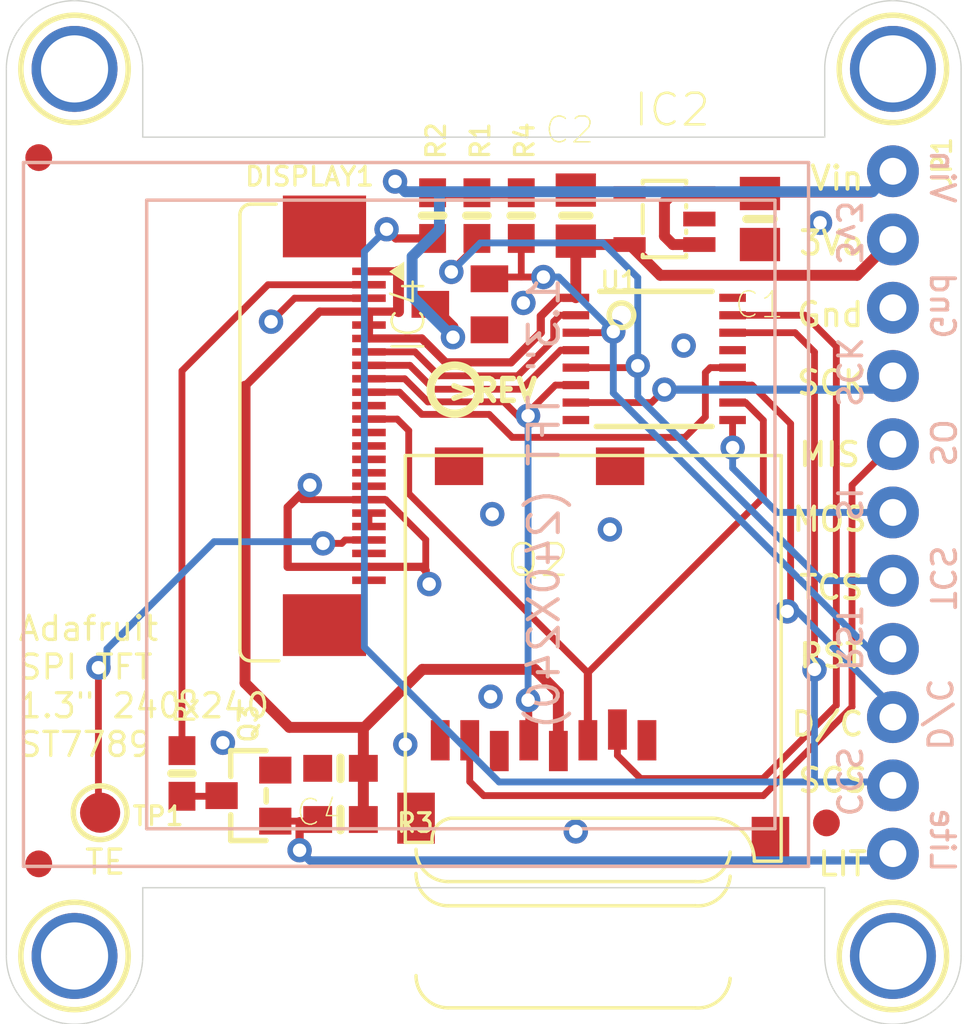
<source format=kicad_pcb>
(kicad_pcb (version 20211014) (generator pcbnew)
  (layers (0 "F.Cu" signal) (1 "In1.Cu" signal) (2 "In2.Cu" signal) (3 "In3.Cu" signal) (4 "In4.Cu" signal) (5 "In5.Cu" signal) (6 "In6.Cu" signal) (7 "In7.Cu" signal) (8 "In8.Cu" signal) (9 "In9.Cu" signal) (10 "In10.Cu" signal) (11 "In11.Cu" signal) (12 "In12.Cu" signal) (13 "In13.Cu" signal) (14 "In14.Cu" signal) (31 "B.Cu" signal) (34 "B.Paste" user) (35 "F.Paste" user) (36 "B.SilkS" user "B.Silkscreen") (37 "F.SilkS" user "F.Silkscreen") (38 "B.Mask" user) (39 "F.Mask" user) (44 "Edge.Cuts" user))
  (net 0 "")
  (net 1 "GND")
  (net 2 "SCK")
  (net 3 "SCK_3V")
  (net 4 "MOSI")
  (net 5 "MOSI_3V")
  (net 6 "MISO")
  (net 7 "+3V3")
  (net 8 "CARDCS")
  (net 9 "CARDCS_3V")
  (net 10 "LEDK")
  (net 11 "BACKLIGHT")
  (net 12 "TFTDC")
  (net 13 "TFTDC_3V")
  (net 14 "TFTCS_3V")
  (net 15 "TFTCS")
  (net 16 "RESET")
  (net 17 "VIN")
  (net 18 "RESET_3V")
  (net 19 "N$1")
  (net 20 "TE")
  (footprint "boardEagle:MOUNTINGHOLE_2.5_PLATED" (layer "F.Cu") (at 163.7411 88.4936)
    (fp_text reference "U$9" hide)
    (fp_text value "MOUNTINGHOLE2.5" hide)
    (fp_circle (center 0 0) (end 2 0) (layer "F.SilkS") (width 0.2032) (fill none))
    (pad "P$1" thru_hole circle (at 0 0) (size 3.2 3.2) (drill 2.5) (layers *.Cu *.Mask))
  )
  (footprint "boardEagle:0805-NO" (layer "F.Cu") (at 151.9301 93.9546 90)
    (fp_text reference "C2" (at 3.189 0.746) (layer "F.SilkS") (effects (font (size 0.96268 0.96268) (thickness 0.05332)) (justify right)))
    (fp_text value "10uF")
    (fp_line (start 0 -0.508) (end 0 0.508) (layer "F.SilkS") (width 0.3048))
    (pad "1" smd rect (at -0.95 0 90) (size 1.24 1.5) (layers "F.Cu" "F.Paste" "F.Mask") (net 7 "+3V3"))
    (pad "2" smd rect (at 0.95 0 90) (size 1.24 1.5) (layers "F.Cu" "F.Paste" "F.Mask") (net 1 "GND"))
  )
  (footprint "boardEagle:0603-NO" (layer "F.Cu") (at 149.8981 93.9546 90)
    (fp_text reference "R4" (at 2.032 0.127 90) (layer "F.SilkS") (effects (font (size 0.692831 0.692831) (thickness 0.119969)) (justify left)))
    (fp_text value "10K")
    (fp_line (start 0 -0.4) (end 0 0.4) (layer "F.SilkS") (width 0.3048))
    (pad "1" smd rect (at -0.85 0 90) (size 1.075 1) (layers "F.Cu" "F.Paste" "F.Mask") (net 16 "RESET"))
    (pad "2" smd rect (at 0.85 0 90) (size 1.075 1) (layers "F.Cu" "F.Paste" "F.Mask") (net 17 "VIN"))
  )
  (footprint "boardEagle:MOUNTINGHOLE_2.5_PLATED" (layer "F.Cu") (at 133.2611 88.4936)
    (fp_text reference "U$7" hide)
    (fp_text value "MOUNTINGHOLE2.5" hide)
    (fp_circle (center 0 0) (end 2 0) (layer "F.SilkS") (width 0.2032) (fill none))
    (pad "P$1" thru_hole circle (at 0 0) (size 3.2 3.2) (drill 2.5) (layers *.Cu *.Mask))
  )
  (footprint "boardEagle:TFT_1.3IN_240X240_24P" (layer "F.Cu") (at 130.8481 91.4781 -90)
    (fp_text reference "DISPLAY1" (at 1.023 -8.696) (layer "F.SilkS") (effects (font (size 0.692831 0.692831) (thickness 0.119969)) (justify left)))
    (fp_text value "DISP_LCD_ST7789_1.3IN" hide)
    (fp_text user "1.3\" TFT (240X240)" (at 13.19 -19.9 -90) (layer "B.SilkS") (effects (font (size 1.1176 1.1176) (thickness 0.1524)) (justify mirror)))
    (fp_line (start 0.5 -0.51) (end 26.7 -0.51) (layer "B.SilkS") (width 0.127))
    (fp_line (start 26.7 -29.75) (end 0.5 -29.75) (layer "B.SilkS") (width 0.127))
    (fp_line (start 25.3 -28.5) (end 1.9 -28.5) (layer "B.SilkS") (width 0.127))
    (fp_line (start 25.3 -5.1) (end 25.3 -28.5) (layer "B.SilkS") (width 0.127))
    (fp_line (start 0.5 -29.75) (end 0.5 -0.51) (layer "B.SilkS") (width 0.127))
    (fp_line (start 1.9 -5.1) (end 25.3 -5.1) (layer "B.SilkS") (width 0.127))
    (fp_line (start 1.9 -28.5) (end 1.9 -5.1) (layer "B.SilkS") (width 0.127))
    (fp_line (start 26.7 -0.51) (end 26.7 -29.75) (layer "B.SilkS") (width 0.127))
    (fp_line (start 2.05 -9.922) (end 2.05 -8.972) (layer "F.SilkS") (width 0.127))
    (fp_line (start 2.45 -8.572) (end 18.65 -8.572) (layer "F.SilkS") (width 0.127))
    (fp_line (start 19.05 -8.972) (end 19.05 -10.022) (layer "F.SilkS") (width 0.127))
    (fp_arc (start 19.05 -8.972) (mid 18.932843 -8.689157) (end 18.65 -8.572) (layer "F.SilkS") (width 0.127))
    (fp_arc (start 2.45 -8.572) (mid 2.167157 -8.689157) (end 2.05 -8.972) (layer "F.SilkS") (width 0.127))
    (fp_poly (pts (xy 4.56 -14.129524) (xy 4.187349 -14.6885) (xy 4.932651 -14.6885)) (layer "F.SilkS") (width 0) (fill solid))
    (pad "1" smd rect (at 4.55 -13.378 90) (size 0.28 1.25) (layers "F.Cu" "F.Paste" "F.Mask") (net 7 "+3V3"))
    (pad "2" smd rect (at 5.05 -13.378 90) (size 0.28 1.25) (layers "F.Cu" "F.Paste" "F.Mask") (net 10 "LEDK"))
    (pad "3" smd rect (at 5.55 -13.378 90) (size 0.28 1.25) (layers "F.Cu" "F.Paste" "F.Mask") (net 1 "GND"))
    (pad "4" smd rect (at 6.05 -13.378 90) (size 0.28 1.25) (layers "F.Cu" "F.Paste" "F.Mask") (net 7 "+3V3"))
    (pad "5" smd rect (at 6.55 -13.378 90) (size 0.28 1.25) (layers "F.Cu" "F.Paste" "F.Mask") (net 7 "+3V3"))
    (pad "6" smd rect (at 7.05 -13.378 90) (size 0.28 1.25) (layers "F.Cu" "F.Paste" "F.Mask") (net 7 "+3V3"))
    (pad "7" smd rect (at 7.55 -13.378 90) (size 0.28 1.25) (layers "F.Cu" "F.Paste" "F.Mask") (net 18 "RESET_3V"))
    (pad "8" smd rect (at 8.05 -13.378 90) (size 0.28 1.25) (layers "F.Cu" "F.Paste" "F.Mask") (net 14 "TFTCS_3V"))
    (pad "9" smd rect (at 8.55 -13.378 90) (size 0.28 1.25) (layers "F.Cu" "F.Paste" "F.Mask") (net 3 "SCK_3V"))
    (pad "10" smd rect (at 9.05 -13.378 90) (size 0.28 1.25) (layers "F.Cu" "F.Paste" "F.Mask") (net 13 "TFTDC_3V"))
    (pad "11" smd rect (at 9.55 -13.378 90) (size 0.28 1.25) (layers "F.Cu" "F.Paste" "F.Mask") (net 1 "GND"))
    (pad "12" smd rect (at 10.05 -13.378 90) (size 0.28 1.25) (layers "F.Cu" "F.Paste" "F.Mask") (net 5 "MOSI_3V"))
    (pad "13" smd rect (at 10.55 -13.378 90) (size 0.28 1.25) (layers "F.Cu" "F.Paste" "F.Mask") (net 1 "GND"))
    (pad "14" smd rect (at 11.05 -13.378 90) (size 0.28 1.25) (layers "F.Cu" "F.Paste" "F.Mask") (net 1 "GND"))
    (pad "15" smd rect (at 11.55 -13.378 90) (size 0.28 1.25) (layers "F.Cu" "F.Paste" "F.Mask") (net 1 "GND"))
    (pad "16" smd rect (at 12.05 -13.378 90) (size 0.28 1.25) (layers "F.Cu" "F.Paste" "F.Mask") (net 1 "GND"))
    (pad "17" smd rect (at 12.55 -13.378 90) (size 0.28 1.25) (layers "F.Cu" "F.Paste" "F.Mask") (net 1 "GND"))
    (pad "18" smd rect (at 13.05 -13.378 90) (size 0.28 1.25) (layers "F.Cu" "F.Paste" "F.Mask") (net 1 "GND"))
    (pad "19" smd rect (at 13.55 -13.378 90) (size 0.28 1.25) (layers "F.Cu" "F.Paste" "F.Mask") (net 1 "GND"))
    (pad "20" smd rect (at 14.05 -13.378 90) (size 0.28 1.25) (layers "F.Cu" "F.Paste" "F.Mask") (net 1 "GND"))
    (pad "21" smd rect (at 14.55 -13.378 90) (size 0.28 1.25) (layers "F.Cu" "F.Paste" "F.Mask") (net 20 "TE"))
    (pad "22" smd rect (at 15.05 -13.378 90) (size 0.28 1.25) (layers "F.Cu" "F.Paste" "F.Mask"))
    (pad "23" smd rect (at 15.55 -13.378 90) (size 0.28 1.25) (layers "F.Cu" "F.Paste" "F.Mask") (net 1 "GND"))
    (pad "24" smd rect (at 16.05 -13.378 90) (size 0.28 1.25) (layers "F.Cu" "F.Paste" "F.Mask") (net 1 "GND"))
    (pad "MNT1" smd rect (at 2.88 -11.722 270) (size 2.3 3.1) (layers "F.Cu" "F.Paste" "F.Mask"))
    (pad "MNT2" smd rect (at 17.72 -11.722 270) (size 2.3 3.1) (layers "F.Cu" "F.Paste" "F.Mask"))
  )
  (footprint "boardEagle:0603-NO" (layer "F.Cu") (at 137.2616 114.7191 90)
    (fp_text reference "R5" (at 1.778 0.127 90) (layer "F.SilkS") (effects (font (size 0.692831 0.692831) (thickness 0.119969)) (justify left)))
    (fp_text value "10")
    (fp_line (start 0 -0.4) (end 0 0.4) (layer "F.SilkS") (width 0.3048))
    (pad "1" smd rect (at -0.85 0 90) (size 1.075 1) (layers "F.Cu" "F.Paste" "F.Mask") (net 19 "N$1"))
    (pad "2" smd rect (at 0.85 0 90) (size 1.075 1) (layers "F.Cu" "F.Paste" "F.Mask") (net 10 "LEDK"))
  )
  (footprint "boardEagle:MICROSD" (layer "F.Cu") (at 145.5801 102.8446)
    (fp_text reference "Q2" (at 3.7 3.94) (layer "F.SilkS") (effects (font (size 1.176528 1.176528) (thickness 0.093472)) (justify left)))
    (fp_text value "MICROSD" hide)
    (fp_line (start 1.6 15.9) (end 10.8 15.9) (layer "F.SilkS") (width 0.127))
    (fp_line (start 0 14.44) (end 1 14.44) (layer "F.SilkS") (width 0.127))
    (fp_line (start 13 15.14) (end 14 15.14) (layer "F.SilkS") (width 0.127))
    (fp_line (start 1.6 16.8) (end 10.8 16.8) (layer "F.SilkS") (width 0.127))
    (fp_line (start 1.7 13.54) (end 11.4 13.54) (layer "F.SilkS") (width 0.127))
    (fp_line (start 14 0.04) (end 0 0.04) (layer "F.SilkS") (width 0.127))
    (fp_line (start 14 15.14) (end 14 0.04) (layer "F.SilkS") (width 0.127))
    (fp_line (start 0 0.04) (end 0 14.44) (layer "F.SilkS") (width 0.127))
    (fp_line (start 1.6 20.6) (end 10.8 20.6) (layer "F.SilkS") (width 0.127))
    (fp_arc (start 12.1 19.5) (mid 11.677817 20.319239) (end 10.8 20.6) (layer "F.SilkS") (width 0.127))
    (fp_arc (start 1.6 20.6) (mid 0.751472 20.248528) (end 0.4 19.4) (layer "F.SilkS") (width 0.127))
    (fp_arc (start 1.6 15.9) (mid 0.751472 15.548528) (end 0.4 14.7) (layer "F.SilkS") (width 0.127))
    (fp_arc (start 1 14.44) (mid 1.163604 13.845025) (end 1.7 13.54) (layer "F.SilkS") (width 0.127))
    (fp_arc (start 11.4 13.54) (mid 12.531371 14.008629) (end 13 15.14) (layer "F.SilkS") (width 0.127))
    (fp_arc (start 12.1 14.8) (mid 11.677817 15.619239) (end 10.8 15.9) (layer "F.SilkS") (width 0.127))
    (fp_arc (start 1.6 16.8) (mid 0.751472 16.448528) (end 0.4 15.6) (layer "F.SilkS") (width 0.127))
    (fp_arc (start 12.1 15.7) (mid 11.677817 16.519239) (end 10.8 16.8) (layer "F.SilkS") (width 0.127))
    (pad "1" smd rect (at 9 10.64) (size 0.7 1.5) (layers "F.Cu" "F.Paste" "F.Mask"))
    (pad "2" smd rect (at 7.9 10.24) (size 0.7 1.5) (layers "F.Cu" "F.Paste" "F.Mask") (net 9 "CARDCS_3V"))
    (pad "3" smd rect (at 6.8 10.64) (size 0.7 1.5) (layers "F.Cu" "F.Paste" "F.Mask") (net 5 "MOSI_3V"))
    (pad "4" smd rect (at 5.7 11.04) (size 0.7 1.5) (layers "F.Cu" "F.Paste" "F.Mask") (net 7 "+3V3"))
    (pad "5" smd rect (at 4.6 10.64) (size 0.7 1.5) (layers "F.Cu" "F.Paste" "F.Mask") (net 3 "SCK_3V"))
    (pad "6" smd rect (at 3.5 11.04) (size 0.7 1.5) (layers "F.Cu" "F.Paste" "F.Mask") (net 1 "GND"))
    (pad "7" smd rect (at 2.4 10.64) (size 0.7 1.5) (layers "F.Cu" "F.Paste" "F.Mask") (net 6 "MISO"))
    (pad "8" smd rect (at 1.3 10.64) (size 0.7 1.5) (layers "F.Cu" "F.Paste" "F.Mask"))
    (pad "CD1" smd rect (at 2 0.44 90) (size 1.4 1.8) (layers "F.Cu" "F.Paste" "F.Mask"))
    (pad "CD2" smd rect (at 8 0.44 90) (size 1.4 1.8) (layers "F.Cu" "F.Paste" "F.Mask"))
    (pad "MT1" smd rect (at 0.4 13.54) (size 1.4 1.9) (layers "F.Cu" "F.Paste" "F.Mask") (net 1 "GND"))
    (pad "MT2" smd rect (at 13.6 14.44) (size 1.4 1.9) (layers "F.Cu" "F.Paste" "F.Mask") (net 1 "GND"))
  )
  (footprint "boardEagle:SOT23" (layer "F.Cu") (at 147.6121 97.2566 90)
    (fp_text reference "IC4" (at -1.905 -1.905 90) (layer "F.SilkS") (effects (font (size 1.176528 1.176528) (thickness 0.093472)) (justify left)))
    (fp_text value "APX803-SAG")
    (pad "1" smd rect (at -0.95 1.1 90) (size 1 1.4) (layers "F.Cu" "F.Paste" "F.Mask") (net 1 "GND"))
    (pad "2" smd rect (at 0.95 1.1 90) (size 1 1.4) (layers "F.Cu" "F.Paste" "F.Mask") (net 16 "RESET"))
    (pad "3" smd rect (at 0 -1.1 90) (size 1 1.4) (layers "F.Cu" "F.Paste" "F.Mask") (net 17 "VIN"))
  )
  (footprint "boardEagle:SOT23-5L" (layer "F.Cu") (at 155.2321 94.0816 90)
    (fp_text reference "IC2" (at 4.064 1.778) (layer "F.SilkS") (effects (font (size 1.176528 1.176528) (thickness 0.093472)) (justify right)))
    (fp_text value "AP2112K-3.3")
    (fp_line (start 0.522 0.81) (end 0.428 0.81) (layer "F.SilkS") (width 0.1524))
    (fp_line (start -1.422 -0.81) (end -1.328 -0.81) (layer "F.SilkS") (width 0.1524))
    (fp_line (start -1.422 0.81) (end -1.422 -0.81) (layer "F.SilkS") (width 0.1524))
    (fp_line (start -1.328 0.81) (end -1.422 0.81) (layer "F.SilkS") (width 0.1524))
    (fp_line (start -0.428 0.81) (end -0.522 0.81) (layer "F.SilkS") (width 0.1524))
    (fp_line (start 1.328 -0.81) (end 1.422 -0.81) (layer "F.SilkS") (width 0.1524))
    (fp_line (start 1.422 -0.81) (end 1.422 0.81) (layer "F.SilkS") (width 0.1524))
    (fp_line (start -0.522 -0.81) (end 0.522 -0.81) (layer "F.SilkS") (width 0.1524))
    (fp_line (start 1.422 0.81) (end 1.328 0.81) (layer "F.SilkS") (width 0.1524))
    (pad "1" smd rect (at -0.95 1.3 90) (size 0.55 1.2) (layers "F.Cu" "F.Paste" "F.Mask") (net 17 "VIN"))
    (pad "2" smd rect (at 0 1.3 90) (size 0.55 1.2) (layers "F.Cu" "F.Paste" "F.Mask") (net 1 "GND"))
    (pad "3" smd rect (at 0.95 1.3 90) (size 0.55 1.2) (layers "F.Cu" "F.Paste" "F.Mask") (net 17 "VIN"))
    (pad "4" smd rect (at 0.95 -1.3 90) (size 0.55 1.2) (layers "F.Cu" "F.Paste" "F.Mask"))
    (pad "5" smd rect (at -0.95 -1.3 90) (size 0.55 1.2) (layers "F.Cu" "F.Paste" "F.Mask") (net 7 "+3V3"))
  )
  (footprint "boardEagle:1X11_ROUND_76" (layer "F.Cu") (at 163.7411 105.0036 -90)
    (fp_text reference "JP1" (at -14.0462 -1.8288 90) (layer "F.SilkS") (effects (font (size 0.692831 0.692831) (thickness 0.119969)) (justify right)))
    (fp_text value "")
    (pad "1" thru_hole circle (at -12.7 0) (size 1.9304 1.9304) (drill 1) (layers *.Cu *.Mask) (net 17 "VIN"))
    (pad "2" thru_hole circle (at -10.16 0) (size 1.9304 1.9304) (drill 1) (layers *.Cu *.Mask) (net 7 "+3V3"))
    (pad "3" thru_hole circle (at -7.62 0) (size 1.9304 1.9304) (drill 1) (layers *.Cu *.Mask) (net 1 "GND"))
    (pad "4" thru_hole circle (at -5.08 0) (size 1.9304 1.9304) (drill 1) (layers *.Cu *.Mask) (net 2 "SCK"))
    (pad "5" thru_hole circle (at -2.54 0) (size 1.9304 1.9304) (drill 1) (layers *.Cu *.Mask) (net 6 "MISO"))
    (pad "6" thru_hole circle (at 0 0) (size 1.9304 1.9304) (drill 1) (layers *.Cu *.Mask) (net 4 "MOSI"))
    (pad "7" thru_hole circle (at 2.54 0) (size 1.9304 1.9304) (drill 1) (layers *.Cu *.Mask) (net 15 "TFTCS"))
    (pad "8" thru_hole circle (at 5.08 0) (size 1.9304 1.9304) (drill 1) (layers *.Cu *.Mask) (net 16 "RESET"))
    (pad "9" thru_hole circle (at 7.62 0) (size 1.9304 1.9304) (drill 1) (layers *.Cu *.Mask) (net 12 "TFTDC"))
    (pad "10" thru_hole circle (at 10.16 0) (size 1.9304 1.9304) (drill 1) (layers *.Cu *.Mask) (net 8 "CARDCS"))
    (pad "11" thru_hole circle (at 12.7 0) (size 1.9304 1.9304) (drill 1) (layers *.Cu *.Mask) (net 11 "BACKLIGHT"))
  )
  (footprint "boardEagle:0805-NO" (layer "F.Cu") (at 158.7881 94.0816 -90)
    (fp_text reference "C1" (at 3.189 1) (layer "F.SilkS") (effects (font (size 0.96268 0.96268) (thickness 0.05332)) (justify left)))
    (fp_text value "10uF")
    (fp_line (start 0 -0.508) (end 0 0.508) (layer "F.SilkS") (width 0.3048))
    (pad "1" smd rect (at -0.95 0 270) (size 1.24 1.5) (layers "F.Cu" "F.Paste" "F.Mask") (net 17 "VIN"))
    (pad "2" smd rect (at 0.95 0 270) (size 1.24 1.5) (layers "F.Cu" "F.Paste" "F.Mask") (net 1 "GND"))
  )
  (footprint "boardEagle:0603-NO" (layer "F.Cu") (at 143.1671 114.5286 180)
    (fp_text reference "C4" (at -0.238 -1.637) (layer "F.SilkS") (effects (font (size 0.96268 0.96268) (thickness 0.05332)) (justify right)))
    (fp_text value "0.1uF")
    (fp_line (start 0 -0.4) (end 0 0.4) (layer "F.SilkS") (width 0.3048))
    (pad "1" smd rect (at -0.85 0 180) (size 1.075 1) (layers "F.Cu" "F.Paste" "F.Mask") (net 7 "+3V3"))
    (pad "2" smd rect (at 0.85 0 180) (size 1.075 1) (layers "F.Cu" "F.Paste" "F.Mask") (net 1 "GND"))
  )
  (footprint "boardEagle:FIDUCIAL_1MM" (layer "F.Cu") (at 131.9276 91.7956)
    (fp_text reference "U$4" hide)
    (fp_text value "FIDUCIAL" hide)
    (pad "1" smd roundrect (at 0 0) (size 1 1) (layers "F.Cu") (roundrect_rratio 0.5))
  )
  (footprint "boardEagle:PCBFEAT-REV-040" (layer "F.Cu") (at 147.4216 100.4316)
    (fp_text reference "U$2" hide)
    (fp_text value "" hide)
    (fp_text user ">REV" (at -0.3556 0.508) (layer "F.SilkS") (effects (font (size 0.8128 0.8128) (thickness 0.2032)) (justify left bottom)))
    (fp_circle (center 0 0) (end 0.898 0) (layer "F.SilkS") (width 0.3048) (fill none))
  )
  (footprint "boardEagle:FIDUCIAL_1MM" (layer "F.Cu") (at 131.9276 118.0846)
    (fp_text reference "U$3" hide)
    (fp_text value "FIDUCIAL" hide)
    (pad "1" smd roundrect (at 0 0) (size 1 1) (layers "F.Cu") (roundrect_rratio 0.5))
  )
  (footprint "boardEagle:0603-NO" (layer "F.Cu") (at 148.2471 93.9546 90)
    (fp_text reference "R1" (at 2.032 0.127 90) (layer "F.SilkS") (effects (font (size 0.692831 0.692831) (thickness 0.119969)) (justify left)))
    (fp_text value "10K")
    (fp_line (start 0 -0.4) (end 0 0.4) (layer "F.SilkS") (width 0.3048))
    (pad "1" smd rect (at -0.85 0 90) (size 1.075 1) (layers "F.Cu" "F.Paste" "F.Mask") (net 15 "TFTCS"))
    (pad "2" smd rect (at 0.85 0 90) (size 1.075 1) (layers "F.Cu" "F.Paste" "F.Mask") (net 17 "VIN"))
  )
  (footprint "boardEagle:MOUNTINGHOLE_2.5_PLATED" (layer "F.Cu") (at 133.2611 121.5136)
    (fp_text reference "U$8" hide)
    (fp_text value "MOUNTINGHOLE2.5" hide)
    (fp_circle (center 0 0) (end 2 0) (layer "F.SilkS") (width 0.2032) (fill none))
    (pad "P$1" thru_hole circle (at 0 0) (size 3.2 3.2) (drill 2.5) (layers *.Cu *.Mask))
  )
  (footprint "boardEagle:0603-NO" (layer "F.Cu") (at 146.5961 93.9546 90)
    (fp_text reference "R2" (at 2.032 0.127 90) (layer "F.SilkS") (effects (font (size 0.692831 0.692831) (thickness 0.119969)) (justify left)))
    (fp_text value "10K")
    (fp_line (start 0 -0.4) (end 0 0.4) (layer "F.SilkS") (width 0.3048))
    (pad "1" smd rect (at -0.85 0 90) (size 1.075 1) (layers "F.Cu" "F.Paste" "F.Mask") (net 8 "CARDCS"))
    (pad "2" smd rect (at 0.85 0 90) (size 1.075 1) (layers "F.Cu" "F.Paste" "F.Mask") (net 17 "VIN"))
  )
  (footprint "boardEagle:TESTPOINT_ROUND_1.5MM" (layer "F.Cu") (at 134.2136 116.1796)
    (fp_text reference "TP1" (at 1.143 0.127) (layer "F.SilkS") (effects (font (size 0.692831 0.692831) (thickness 0.119969)) (justify left)))
    (fp_text value "")
    (fp_circle (center 0 0) (end 1 0) (layer "F.SilkS") (width 0.2032) (fill none))
    (pad "P$1" smd roundrect (at 0 0) (size 1.5 1.5) (layers "F.Cu" "F.Mask") (roundrect_rratio 0.5) (net 20 "TE"))
  )
  (footprint "boardEagle:TSSOP16" (layer "F.Cu") (at 154.8511 99.2886 -90)
    (fp_text reference "U1" (at -2.8956 2.0828) (layer "F.SilkS") (effects (font (size 0.692831 0.692831) (thickness 0.119969)) (justify left)))
    (fp_text value "74HC4050")
    (fp_line (start -2.5146 2.0288) (end -2.5146 -2.1558) (layer "F.SilkS") (width 0.2032))
    (fp_line (start 2.5146 -2.1558) (end 2.5146 2.1558) (layer "F.SilkS") (width 0.2032))
    (fp_circle (center -1.6256 1.2192) (end -1.1684 1.2192) (layer "F.SilkS") (width 0.2032) (fill none))
    (pad "1" smd rect (at -2.275 2.9178 270) (size 0.3048 0.9906) (layers "F.Cu" "F.Paste" "F.Mask") (net 7 "+3V3"))
    (pad "2" smd rect (at -1.625 2.9178 270) (size 0.3048 0.9906) (layers "F.Cu" "F.Paste" "F.Mask") (net 18 "RESET_3V"))
    (pad "3" smd rect (at -0.975 2.9178 270) (size 0.3048 0.9906) (layers "F.Cu" "F.Paste" "F.Mask") (net 16 "RESET"))
    (pad "4" smd rect (at -0.325 2.9178 270) (size 0.3048 0.9906) (layers "F.Cu" "F.Paste" "F.Mask") (net 14 "TFTCS_3V"))
    (pad "5" smd rect (at 0.325 2.9178 270) (size 0.3048 0.9906) (layers "F.Cu" "F.Paste" "F.Mask") (net 15 "TFTCS"))
    (pad "6" smd rect (at 0.975 2.9178 270) (size 0.3048 0.9906) (layers "F.Cu" "F.Paste" "F.Mask") (net 3 "SCK_3V"))
    (pad "7" smd rect (at 1.625 2.9178 270) (size 0.3048 0.9906) (layers "F.Cu" "F.Paste" "F.Mask") (net 2 "SCK"))
    (pad "8" smd rect (at 2.275 2.9178 270) (size 0.3048 0.9906) (layers "F.Cu" "F.Paste" "F.Mask") (net 1 "GND"))
    (pad "9" smd rect (at 2.275 -2.9178 270) (size 0.3048 0.9906) (layers "F.Cu" "F.Paste" "F.Mask") (net 4 "MOSI"))
    (pad "10" smd rect (at 1.625 -2.9178 270) (size 0.3048 0.9906) (layers "F.Cu" "F.Paste" "F.Mask") (net 5 "MOSI_3V"))
    (pad "11" smd rect (at 0.975 -2.9178 270) (size 0.3048 0.9906) (layers "F.Cu" "F.Paste" "F.Mask") (net 12 "TFTDC"))
    (pad "12" smd rect (at 0.325 -2.9178 270) (size 0.3048 0.9906) (layers "F.Cu" "F.Paste" "F.Mask") (net 13 "TFTDC_3V"))
    (pad "13" smd rect (at -0.325 -2.9178 270) (size 0.3048 0.9906) (layers "F.Cu" "F.Paste" "F.Mask"))
    (pad "14" smd rect (at -0.975 -2.9178 270) (size 0.3048 0.9906) (layers "F.Cu" "F.Paste" "F.Mask") (net 8 "CARDCS"))
    (pad "15" smd rect (at -1.625 -2.9178 270) (size 0.3048 0.9906) (layers "F.Cu" "F.Paste" "F.Mask") (net 9 "CARDCS_3V"))
    (pad "16" smd rect (at -2.275 -2.9178 270) (size 0.3048 0.9906) (layers "F.Cu" "F.Paste" "F.Mask"))
  )
  (footprint "boardEagle:FIDUCIAL_1MM" (layer "F.Cu") (at 161.2646 116.5606)
    (fp_text reference "U$5" hide)
    (fp_text value "FIDUCIAL" hide)
    (pad "1" smd roundrect (at 0 0) (size 1 1) (layers "F.Cu") (roundrect_rratio 0.5))
  )
  (footprint "boardEagle:MOUNTINGHOLE_2.5_PLATED" (layer "F.Cu") (at 163.7411 121.5136)
    (fp_text reference "U$10" hide)
    (fp_text value "MOUNTINGHOLE2.5" hide)
    (fp_circle (center 0 0) (end 2 0) (layer "F.SilkS") (width 0.2032) (fill none))
    (pad "P$1" thru_hole circle (at 0 0) (size 3.2 3.2) (drill 2.5) (layers *.Cu *.Mask))
  )
  (footprint "boardEagle:SOT23-WIDE" (layer "F.Cu") (at 139.7381 115.5446 90)
    (fp_text reference "Q3" (at 1.905 0 90) (layer "F.SilkS") (effects (font (size 0.692831 0.692831) (thickness 0.119969)) (justify left)))
    (fp_text value "BSS138")
    (fp_line (start -1.6724 0.6524) (end -1.6724 -0.6604) (layer "F.SilkS") (width 0.2032))
    (fp_line (start 0.2224 0.6604) (end -0.2364 0.6604) (layer "F.SilkS") (width 0.2032))
    (fp_line (start 1.6724 -0.6604) (end 1.6724 0.6524) (layer "F.SilkS") (width 0.2032))
    (fp_line (start 0.7136 -0.6604) (end 1.6724 -0.6604) (layer "F.SilkS") (width 0.2032))
    (fp_line (start -1.6724 -0.6604) (end -0.7136 -0.6604) (layer "F.SilkS") (width 0.2032))
    (pad "1" smd rect (at -0.95 1 90) (size 1 1.2) (layers "F.Cu" "F.Paste" "F.Mask") (net 11 "BACKLIGHT"))
    (pad "2" smd rect (at 0.95 1 90) (size 1 1.2) (layers "F.Cu" "F.Paste" "F.Mask") (net 1 "GND"))
    (pad "3" smd rect (at 0 -1 90) (size 1 1.2) (layers "F.Cu" "F.Paste" "F.Mask") (net 19 "N$1"))
  )
  (footprint "boardEagle:0603-NO" (layer "F.Cu") (at 143.1671 116.4336)
    (fp_text reference "R3" (at 2.032 0.127) (layer "F.SilkS") (effects (font (size 0.692831 0.692831) (thickness 0.119969)) (justify left)))
    (fp_text value "2.2K")
    (fp_line (start 0 -0.4) (end 0 0.4) (layer "F.SilkS") (width 0.3048))
    (pad "1" smd rect (at -0.85 0) (size 1.075 1) (layers "F.Cu" "F.Paste" "F.Mask") (net 11 "BACKLIGHT"))
    (pad "2" smd rect (at 0.85 0) (size 1.075 1) (layers "F.Cu" "F.Paste" "F.Mask") (net 7 "+3V3"))
  )
  (gr_line (start 166.2811 121.5136) (end 166.2811 88.4936) (layer "Edge.Cuts") (width 0.05))
  (gr_line (start 130.7211 88.4936) (end 130.7211 121.5136) (layer "Edge.Cuts") (width 0.05))
  (gr_arc (start 161.2011 88.4936) (mid 161.945049 86.697549) (end 163.7411 85.9536) (layer "Edge.Cuts") (width 0.05))
  (gr_arc (start 163.7411 85.9536) (mid 165.537151 86.697549) (end 166.2811 88.4936) (layer "Edge.Cuts") (width 0.05))
  (gr_line (start 161.2011 88.4936) (end 161.2011 91.0336) (layer "Edge.Cuts") (width 0.05))
  (gr_line (start 161.2011 118.9736) (end 161.2011 121.5136) (layer "Edge.Cuts") (width 0.05))
  (gr_line (start 161.2011 91.0336) (end 135.8011 91.0336) (layer "Edge.Cuts") (width 0.05))
  (gr_arc (start 135.8011 121.5136) (mid 135.057151 123.309651) (end 133.2611 124.0536) (layer "Edge.Cuts") (width 0.05))
  (gr_line (start 135.8011 121.5136) (end 135.8011 118.9736) (layer "Edge.Cuts") (width 0.05))
  (gr_arc (start 163.7411 124.0536) (mid 161.945049 123.309651) (end 161.2011 121.5136) (layer "Edge.Cuts") (width 0.05))
  (gr_arc (start 166.2811 121.5136) (mid 165.537151 123.309651) (end 163.7411 124.0536) (layer "Edge.Cuts") (width 0.05))
  (gr_line (start 135.8011 118.9736) (end 161.2011 118.9736) (layer "Edge.Cuts") (width 0.05))
  (gr_arc (start 130.7211 88.4936) (mid 131.465049 86.697549) (end 133.2611 85.9536) (layer "Edge.Cuts") (width 0.05))
  (gr_arc (start 133.2611 85.9536) (mid 135.057151 86.697549) (end 135.8011 88.4936) (layer "Edge.Cuts") (width 0.05))
  (gr_arc (start 133.2611 124.0536) (mid 131.465049 123.309651) (end 130.7211 121.5136) (layer "Edge.Cuts") (width 0.05))
  (gr_line (start 135.8011 91.0336) (end 135.8011 88.4936) (layer "Edge.Cuts") (width 0.05))
  (gr_text "CCS" (at 162.0901 113.6396 -90) (layer "B.SilkS") (effects (font (size 0.87376 0.87376) (thickness 0.14224)) (justify right mirror)))
  (gr_text "Lite" (at 165.5826 115.9256 -90) (layer "B.SilkS") (effects (font (size 0.87376 0.87376) (thickness 0.14224)) (justify right mirror)))
  (gr_text "Vin" (at 165.5826 93.5736 -90) (layer "B.SilkS") (effects (font (size 0.87376 0.87376) (thickness 0.14224)) (justify left mirror)))
  (gr_text "3v3" (at 162.0901 93.3196 -90) (layer "B.SilkS") (effects (font (size 0.87376 0.87376) (thickness 0.14224)) (justify right mirror)))
  (gr_text "SI" (at 162.0901 103.9876 -90) (layer "B.SilkS") (effects (font (size 0.87376 0.87376) (thickness 0.14224)) (justify right mirror)))
  (gr_text "RST" (at 162.0901 108.4326 -90) (layer "B.SilkS") (effects (font (size 0.87376 0.87376) (thickness 0.14224)) (justify right mirror)))
  (gr_text "SCK" (at 162.0901 98.3996 -90) (layer "B.SilkS") (effects (font (size 0.87376 0.87376) (thickness 0.14224)) (justify right mirror)))
  (gr_text "TCS" (at 165.5826 106.1466 -90) (layer "B.SilkS") (effects (font (size 0.87376 0.87376) (thickness 0.14224)) (justify right mirror)))
  (gr_text "D/C" (at 165.4556 111.0996 -90) (layer "B.SilkS") (effects (font (size 0.87376 0.87376) (thickness 0.14224)) (justify right mirror)))
  (gr_text "SO" (at 165.5826 101.4476 -90) (layer "B.SilkS") (effects (font (size 0.87376 0.87376) (thickness 0.14224)) (justify right mirror)))
  (gr_text "Gnd" (at 165.5826 95.9866 -90) (layer "B.SilkS") (effects (font (size 0.87376 0.87376) (thickness 0.14224)) (justify right mirror)))
  (gr_text "RST" (at 162.7251 109.8296) (layer "F.SilkS") (effects (font (size 0.87376 0.87376) (thickness 0.14224)) (justify right top)))
  (gr_text "SCS" (at 162.8521 114.4651) (layer "F.SilkS") (effects (font (size 0.87376 0.87376) (thickness 0.14224)) (justify right top)))
  (gr_text "MOS" (at 162.8521 104.7496) (layer "F.SilkS") (effects (font (size 0.87376 0.87376) (thickness 0.14224)) (justify right top)))
  (gr_text "Gnd" (at 162.7251 97.1296) (layer "F.SilkS") (effects (font (size 0.87376 0.87376) (thickness 0.14224)) (justify right top)))
  (gr_text "LIT" (at 162.8521 117.5766) (layer "F.SilkS") (effects (font (size 0.87376 0.87376) (thickness 0.14224)) (justify right top)))
  (gr_text "3Vo" (at 162.7251 94.4626) (layer "F.SilkS") (effects (font (size 0.87376 0.87376) (thickness 0.14224)) (justify right top)))
  (gr_text "Vin" (at 162.7251 92.0496) (layer "F.SilkS") (effects (font (size 0.87376 0.87376) (thickness 0.14224)) (justify right top)))
  (gr_text "Adafruit\nSPI TFT\n1.3\" 240x240\nST7789" (at 131.1021 111.4806) (layer "F.SilkS") (effects (font (size 0.89408 0.89408) (thickness 0.12192)) (justify left)))
  (gr_text "TCS" (at 162.7251 107.2896) (layer "F.SilkS") (effects (font (size 0.87376 0.87376) (thickness 0.14224)) (justify right top)))
  (gr_text "D/C" (at 162.7251 112.3696) (layer "F.SilkS") (effects (font (size 0.87376 0.87376) (thickness 0.14224)) (justify right top)))
  (gr_text "SCK" (at 162.8521 99.6696) (layer "F.SilkS") (effects (font (size 0.87376 0.87376) (thickness 0.14224)) (justify right top)))
  (gr_text "MIS" (at 162.5981 102.3366) (layer "F.SilkS") (effects (font (size 0.87376 0.87376) (thickness 0.14224)) (justify right top)))
  (gr_text "TE" (at 134.4041 118.0211) (layer "F.SilkS") (effects (font (size 0.89408 0.89408) (thickness 0.12192))))
  (segment (start 141.1986 104.8131) (end 142.0241 103.9876) (width 0.3048) (layer "F.Cu") (net 1))
  (segment (start 141.1986 104.8131) (end 141.1986 107.0281) (width 0.3048) (layer "F.Cu") (net 1))
  (segment (start 144.2261 107.0281) (end 146.2076 107.0281) (width 0.3048) (layer "F.Cu") (net 1))
  (segment (start 146.3421 106.0196) (end 146.3421 107.1626) (width 0.254) (layer "F.Cu") (net 1))
  (segment (start 144.2261 104.5281) (end 141.7376 104.5281) (width 0.254) (layer "F.Cu") (net 1))
  (segment (start 144.2261 107.0281) (end 141.1986 107.0281) (width 0.3048) (layer "F.Cu") (net 1))
  (segment (start 146.4691 107.6706) (end 146.3266 107.5281) (width 0.254) (layer "F.Cu") (net 1))
  (segment (start 146.3421 107.6706) (end 146.4691 107.6706) (width 0.254) (layer "F.Cu") (net 1))
  (segment (start 144.8506 104.5281) (end 146.3421 106.0196) (width 0.254) (layer "F.Cu") (net 1))
  (segment (start 146.3421 107.1626) (end 146.3421 107.6071) (width 0.254) (layer "F.Cu") (net 1))
  (segment (start 146.2076 107.0281) (end 146.3421 107.1626) (width 0.3048) (layer "F.Cu") (net 1))
  (segment (start 141.4555 97.0281) (end 140.5803 97.9033) (width 0.254) (layer "F.Cu") (net 1))
  (segment (start 142.0241 104.1781) (end 142.0241 103.9876) (width 0.3048) (layer "F.Cu") (net 1))
  (segment (start 141.7376 104.5281) (end 142.05585 104.20985) (width 0.254) (layer "F.Cu") (net 1))
  (segment (start 144.2261 97.0281) (end 141.4555 97.0281) (width 0.254) (layer "F.Cu") (net 1))
  (segment (start 142.05585 104.20985) (end 142.0241 104.1781) (width 0.3048) (layer "F.Cu") (net 1))
  (segment (start 144.2261 104.5281) (end 144.8506 104.5281) (width 0.254) (layer "F.Cu") (net 1))
  (segment (start 144.2261 105.0281) (end 144.2261 105.5281) (width 0.254) (layer "F.Cu") (net 1))
  (via (at 148.7551 111.8616) (size 0.9064) (drill 0.5) (layers "F.Cu" "B.Cu") (net 1))
  (via (at 140.5803 97.9033) (size 0.9064) (drill 0.5) (layers "F.Cu" "B.Cu") (net 1))
  (via (at 145.5801 113.6396) (size 0.9064) (drill 0.5) (layers "F.Cu" "B.Cu") (net 1))
  (via (at 153.2001 105.6386) (size 0.9064) (drill 0.5) (layers "F.Cu" "B.Cu") (net 1))
  (via (at 149.9783 97.2048) (size 0.9064) (drill 0.5) (layers "F.Cu" "B.Cu") (net 1))
  (via (at 148.8186 105.0671) (size 0.9064) (drill 0.5) (layers "F.Cu" "B.Cu") (net 1))
  (via (at 161.0273 94.2203) (size 0.9064) (drill 0.5) (layers "F.Cu" "B.Cu") (net 1))
  (via (at 142.0241 103.9876) (size 0.9064) (drill 0.5) (layers "F.Cu" "B.Cu") (net 1))
  (via (at 138.7856 113.5761) (size 0.9064) (drill 0.5) (layers "F.Cu" "B.Cu") (net 1))
  (via (at 151.9301 116.8781) (size 0.9064) (drill 0.5) (layers "F.Cu" "B.Cu") (net 1))
  (via (at 146.4691 107.6706) (size 0.9064) (drill 0.5) (layers "F.Cu" "B.Cu") (net 1))
  (via (at 155.9473 98.7923) (size 0.9064) (drill 0.5) (layers "F.Cu" "B.Cu") (net 1))
  (segment (start 151.9333 100.9136) (end 154.7501 100.9136) (width 0.254) (layer "F.Cu") (net 2))
  (segment (start 154.7501 100.9136) (end 155.2321 100.4316) (width 0.254) (layer "F.Cu") (net 2))
  (via (at 155.2321 100.4316) (size 0.9064) (drill 0.5) (layers "F.Cu" "B.Cu") (net 2))
  (segment (start 155.2321 100.4316) (end 163.2331 100.4316) (width 0.3048) (layer "B.Cu") (net 2))
  (segment (start 163.2331 100.4316) (end 163.7411 99.9236) (width 0.3048) (layer "B.Cu") (net 2))
  (segment (start 150.1801 112.0166) (end 150.1521 111.9886) (width 0.3048) (layer "F.Cu") (net 3))
  (segment (start 150.1521 101.4066) (end 150.1521 101.2828) (width 0.254) (layer "F.Cu") (net 3))
  (segment (start 149.2518 100.8873) (end 146.4188 100.8873) (width 0.254) (layer "F.Cu") (net 3))
  (segment (start 150.1801 113.4846) (end 150.1801 112.0166) (width 0.254) (layer "F.Cu") (net 3))
  (segment (start 146.4188 100.8873) (end 145.5596 100.0281) (width 0.254) (layer "F.Cu") (net 3))
  (segment (start 151.1713 100.2636) (end 150.1521 101.2828) (width 0.254) (layer "F.Cu") (net 3))
  (segment (start 144.2261 100.0281) (end 145.5596 100.0281) (width 0.254) (layer "F.Cu") (net 3))
  (segment (start 151.1713 100.2636) (end 151.9333 100.2636) (width 0.254) (layer "F.Cu") (net 3))
  (segment (start 149.7711 101.4066) (end 149.2518 100.8873) (width 0.254) (layer "F.Cu") (net 3))
  (segment (start 150.1521 101.4066) (end 149.7711 101.4066) (width 0.254) (layer "F.Cu") (net 3))
  (via (at 150.1521 111.9886) (size 0.9064) (drill 0.5) (layers "F.Cu" "B.Cu") (net 3))
  (via (at 150.1521 101.4066) (size 0.9064) (drill 0.5) (layers "F.Cu" "B.Cu") (net 3))
  (segment (start 150.1521 111.9886) (end 150.1521 101.4066) (width 0.254) (layer "B.Cu") (net 3))
  (segment (start 157.7689 101.5636) (end 157.7689 102.4604) (width 0.254) (layer "F.Cu") (net 4))
  (segment (start 157.7721 102.4636) (end 157.7689 102.4604) (width 0.3048) (layer "F.Cu") (net 4))
  (segment (start 157.7721 102.4636) (end 157.7721 102.5906) (width 0.3048) (layer "F.Cu") (net 4))
  (via (at 157.7721 102.5906) (size 0.9064) (drill 0.5) (layers "F.Cu" "B.Cu") (net 4))
  (segment (start 157.7721 102.5906) (end 157.7721 103.3526) (width 0.254) (layer "B.Cu") (net 4))
  (segment (start 157.7721 103.3526) (end 159.4231 105.0036) (width 0.254) (layer "B.Cu") (net 4))
  (segment (start 159.4231 105.0036) (end 163.7411 105.0036) (width 0.254) (layer "B.Cu") (net 4))
  (segment (start 158.915096 101.574597) (end 158.915096 104.437597) (width 0.254) (layer "F.Cu") (net 5))
  (segment (start 158.915096 104.437597) (end 158.9151 104.4376) (width 0.254) (layer "F.Cu") (net 5))
  (segment (start 145.2796 101.5281) (end 145.7071 101.9556) (width 0.254) (layer "F.Cu") (net 5))
  (segment (start 158.2541 100.9136) (end 158.915096 101.574597) (width 0.254) (layer "F.Cu") (net 5))
  (segment (start 158.9151 104.4376) (end 152.3801 110.9726) (width 0.254) (layer "F.Cu") (net 5))
  (segment (start 158.2541 100.9136) (end 157.7689 100.9136) (width 0.254) (layer "F.Cu") (net 5))
  (segment (start 152.3801 113.4846) (end 152.3801 110.9726) (width 0.3048) (layer "F.Cu") (net 5))
  (segment (start 145.7071 101.9556) (end 145.7071 104.2996) (width 0.254) (layer "F.Cu") (net 5))
  (segment (start 144.2261 101.5281) (end 145.2796 101.5281) (width 0.254) (layer "F.Cu") (net 5))
  (segment (start 145.7071 104.2996) (end 152.3801 110.9726) (width 0.254) (layer "F.Cu") (net 5))
  (segment (start 162.2171 112.2426) (end 162.2171 103.9876) (width 0.254) (layer "F.Cu") (net 6))
  (segment (start 148.5011 115.5446) (end 158.9151 115.5446) (width 0.254) (layer "F.Cu") (net 6))
  (segment (start 147.9801 113.4846) (end 147.9801 115.0236) (width 0.254) (layer "F.Cu") (net 6))
  (segment (start 163.4871 102.7176) (end 162.2171 103.9876) (width 0.254) (layer "F.Cu") (net 6))
  (segment (start 158.9151 115.5446) (end 162.2171 112.2426) (width 0.254) (layer "F.Cu") (net 6))
  (segment (start 147.9801 115.0236) (end 148.5011 115.5446) (width 0.254) (layer "F.Cu") (net 6))
  (segment (start 163.7411 102.4636) (end 163.4871 102.7176) (width 0.254) (layer "F.Cu") (net 6))
  (segment (start 151.9269 97.0136) (end 151.9301 97.0104) (width 0.3048) (layer "F.Cu") (net 7))
  (segment (start 150.6252 98.3075) (end 150.6252 97.697525) (width 0.3048) (layer "F.Cu") (net 7))
  (segment (start 144.2261 97.5281) (end 142.3876 97.5281) (width 0.3048) (layer "F.Cu") (net 7))
  (segment (start 149.5156 99.4171) (end 147.0836 99.4171) (width 0.3048) (layer "F.Cu") (net 7))
  (segment (start 144.2261 98.5281) (end 146.1946 98.5281) (width 0.3048) (layer "F.Cu") (net 7))
  (segment (start 155.0776 96.1771) (end 162.4076 96.1771) (width 0.4064) (layer "F.Cu") (net 7))
  (segment (start 145.3261 96.0281) (end 144.2261 96.0281) (width 0.3048) (layer "F.Cu") (net 7))
  (segment (start 144.2261 97.5281) (end 145.3261 97.5281) (width 0.3048) (layer "F.Cu") (net 7))
  (segment (start 153.9321 95.0316) (end 152.0571 95.0316) (width 0.4064) (layer "F.Cu") (net 7))
  (segment (start 142.3876 97.5281) (end 139.6111 100.3046) (width 0.3048) (layer "F.Cu") (net 7))
  (segment (start 144.0171 116.4336) (end 144.0171 114.5286) (width 0.4064) (layer "F.Cu") (net 7))
  (segment (start 150.4061 110.8456) (end 151.2801 111.7196) (width 0.4064) (layer "F.Cu") (net 7))
  (segment (start 144.0171 113.0436) (end 144.0561 113.0046) (width 0.3048) (layer "F.Cu") (net 7))
  (segment (start 144.2261 98.5281) (end 144.2261 98.0281) (width 0.3048) (layer "F.Cu") (net 7))
  (segment (start 153.9321 95.0316) (end 155.0776 96.1771) (width 0.4064) (layer "F.Cu") (net 7))
  (segment (start 139.6111 111.3536) (end 141.262103 113.0046) (width 0.4064) (layer "F.Cu") (net 7))
  (segment (start 141.262103 113.0046) (end 144.0561 113.0046) (width 0.4064) (layer "F.Cu") (net 7))
  (segment (start 145.3261 97.5281) (end 145.3261 96.0281) (width 0.4064) (layer "F.Cu") (net 7))
  (segment (start 162.4076 96.1771) (end 163.7411 94.8436) (width 0.4064) (layer "F.Cu") (net 7))
  (segment (start 144.0561 113.0046) (end 146.2151 110.8456) (width 0.4064) (layer "F.Cu") (net 7))
  (segment (start 151.2801 111.7196) (end 151.2801 113.8846) (width 0.4064) (layer "F.Cu") (net 7))
  (segment (start 151.9301 97.0104) (end 151.9333 97.0136) (width 0.3048) (layer "F.Cu") (net 7))
  (segment (start 147.0836 99.4171) (end 146.1946 98.5281) (width 0.3048) (layer "F.Cu") (net 7))
  (segment (start 139.6111 100.3046) (end 139.6111 111.3536) (width 0.4064) (layer "F.Cu") (net 7))
  (segment (start 152.0571 95.0316) (end 151.9301 94.9046) (width 0.4064) (layer "F.Cu") (net 7))
  (segment (start 144.0171 114.5286) (end 144.0171 113.0436) (width 0.4064) (layer "F.Cu") (net 7))
  (segment (start 146.2151 110.8456) (end 150.4061 110.8456) (width 0.4064) (layer "F.Cu") (net 7))
  (segment (start 149.5156 99.4171) (end 150.6252 98.3075) (width 0.3048) (layer "F.Cu") (net 7))
  (segment (start 150.6252 97.697525) (end 151.309125 97.0136) (width 0.3048) (layer "F.Cu") (net 7))
  (segment (start 151.9301 94.9046) (end 151.9301 97.0104) (width 0.4064) (layer "F.Cu") (net 7))
  (segment (start 144.2261 98.0281) (end 144.2261 97.5281) (width 0.3048) (layer "F.Cu") (net 7))
  (segment (start 151.309125 97.0136) (end 151.9269 97.0136) (width 0.3048) (layer "F.Cu") (net 7))
  (segment (start 160.81969 110.4646) (end 160.81969 110.84601) (width 0.254) (layer "F.Cu") (net 8))
  (segment (start 160.820096 110.464194) (end 160.81969 110.4646) (width 0.254) (layer "F.Cu") (net 8))
  (segment (start 160.820096 99.034597) (end 160.820096 110.464194) (width 0.254) (layer "F.Cu") (net 8))
  (segment (start 160.0991 98.3136) (end 160.820096 99.034597) (width 0.254) (layer "F.Cu") (net 8))
  (segment (start 146.5961 94.8046) (end 145.2236 94.8046) (width 0.3048) (layer "F.Cu") (net 8))
  (segment (start 160.81969 110.33801) (end 160.81969 110.4646) (width 0.254) (layer "F.Cu") (net 8))
  (segment (start 157.7689 98.3136) (end 160.0991 98.3136) (width 0.254) (layer "F.Cu") (net 8))
  (segment (start 145.2236 94.8046) (end 144.8816 94.4626) (width 0.3048) (layer "F.Cu") (net 8))
  (via (at 160.81969 110.84601) (size 0.9064) (drill 0.5) (layers "F.Cu" "B.Cu") (net 8))
  (via (at 144.8816 94.4626) (size 0.9064) (drill 0.5) (layers "F.Cu" "B.Cu") (net 8))
  (segment (start 160.81969 115.036191) (end 160.8201 115.0366) (width 0.254) (layer "B.Cu") (net 8))
  (segment (start 144.0561 95.2881) (end 144.0561 110.0201) (width 0.254) (layer "B.Cu") (net 8))
  (segment (start 163.6141 115.0366) (end 163.7411 115.1636) (width 0.254) (layer "B.Cu") (net 8))
  (segment (start 149.0726 115.0366) (end 160.8201 115.0366) (width 0.254) (layer "B.Cu") (net 8))
  (segment (start 144.8816 94.4626) (end 144.0561 95.2881) (width 0.254) (layer "B.Cu") (net 8))
  (segment (start 160.81969 110.84601) (end 160.81969 115.036191) (width 0.254) (layer "B.Cu") (net 8))
  (segment (start 160.8201 115.0366) (end 163.6141 115.0366) (width 0.254) (layer "B.Cu") (net 8))
  (segment (start 144.0561 110.0201) (end 149.0726 115.0366) (width 0.254) (layer "B.Cu") (net 8))
  (segment (start 161.6329 98.8314) (end 160.4651 97.6636) (width 0.254) (layer "F.Cu") (net 9))
  (segment (start 160.4651 97.6636) (end 157.7689 97.6636) (width 0.254) (layer "F.Cu") (net 9))
  (segment (start 153.4801 113.0846) (end 153.4801 114.0466) (width 0.254) (layer "F.Cu") (net 9))
  (segment (start 153.4801 114.0466) (end 154.3431 114.9096) (width 0.254) (layer "F.Cu") (net 9))
  (segment (start 161.6329 112.180219) (end 161.6329 98.8314) (width 0.254) (layer "F.Cu") (net 9))
  (segment (start 154.3431 114.9096) (end 158.903518 114.9096) (width 0.254) (layer "F.Cu") (net 9))
  (segment (start 158.903518 114.9096) (end 161.6329 112.180219) (width 0.254) (layer "F.Cu") (net 9))
  (segment (start 140.4666 96.5281) (end 144.2261 96.5281) (width 0.254) (layer "F.Cu") (net 10))
  (segment (start 137.2616 99.7331) (end 140.4666 96.5281) (width 0.254) (layer "F.Cu") (net 10))
  (segment (start 137.2616 113.8691) (end 137.2616 99.7331) (width 0.254) (layer "F.Cu") (net 10))
  (segment (start 141.6431 117.5766) (end 141.6431 116.4946) (width 0.3048) (layer "F.Cu") (net 11))
  (segment (start 141.6431 116.4946) (end 142.2561 116.4946) (width 0.254) (layer "F.Cu") (net 11))
  (segment (start 140.7381 116.4946) (end 141.6431 116.4946) (width 0.254) (layer "F.Cu") (net 11))
  (segment (start 142.2561 116.4946) (end 142.3171 116.4336) (width 0.254) (layer "F.Cu") (net 11))
  (via (at 141.6431 117.5766) (size 0.9064) (drill 0.5) (layers "F.Cu" "B.Cu") (net 11))
  (segment (start 163.7411 117.957597) (end 163.741096 117.9576) (width 0.3048) (layer "B.Cu") (net 11))
  (segment (start 142.0241 117.9576) (end 141.6431 117.5766) (width 0.3048) (layer "B.Cu") (net 11))
  (segment (start 163.741096 117.9576) (end 142.0241 117.9576) (width 0.3048) (layer "B.Cu") (net 11))
  (segment (start 163.7411 117.7036) (end 163.7411 117.957597) (width 0.3048) (layer "B.Cu") (net 11))
  (segment (start 159.8041 108.6866) (end 159.9311 108.5596) (width 0.3048) (layer "F.Cu") (net 12))
  (segment (start 159.9311 101.7016) (end 159.9311 108.5596) (width 0.254) (layer "F.Cu") (net 12))
  (segment (start 157.7689 100.2636) (end 158.4931 100.2636) (width 0.254) (layer "F.Cu") (net 12))
  (segment (start 158.4931 100.2636) (end 159.9311 101.7016) (width 0.254) (layer "F.Cu") (net 12))
  (via (at 159.8041 108.6866) (size 0.9064) (drill 0.5) (layers "F.Cu" "B.Cu") (net 12))
  (segment (start 160.1851 108.6866) (end 159.8041 108.6866) (width 0.254) (layer "B.Cu") (net 12))
  (segment (start 163.45535 111.95685) (end 163.26485 111.76635) (width 0.254) (layer "B.Cu") (net 12))
  (segment (start 163.7411 112.2426) (end 163.45535 111.95685) (width 0.254) (layer "B.Cu") (net 12))
  (segment (start 163.7411 112.6236) (end 163.7411 112.2426) (width 0.254) (layer "B.Cu") (net 12))
  (segment (start 163.26485 111.76635) (end 160.1851 108.6866) (width 0.254) (layer "B.Cu") (net 12))
  (segment (start 145.3691 100.5281) (end 144.2261 100.5281) (width 0.254) (layer "F.Cu") (net 13))
  (segment (start 149.559625 102.2096) (end 148.703625 101.3536) (width 0.254) (layer "F.Cu") (net 13))
  (segment (start 156.7561 101.4476) (end 155.9941 102.2096) (width 0.254) (layer "F.Cu") (net 13))
  (segment (start 157.7689 99.6136) (end 156.9391 99.6136) (width 0.254) (layer "F.Cu") (net 13))
  (segment (start 156.7561 99.7966) (end 156.7561 101.4476) (width 0.254) (layer "F.Cu") (net 13))
  (segment (start 156.9391 99.6136) (end 156.7561 99.7966) (width 0.254) (layer "F.Cu") (net 13))
  (segment (start 148.703625 101.3536) (end 146.1946 101.3536) (width 0.254) (layer "F.Cu") (net 13))
  (segment (start 155.9941 102.2096) (end 149.559625 102.2096) (width 0.254) (layer "F.Cu") (net 13))
  (segment (start 146.1946 101.3536) (end 145.3691 100.5281) (width 0.254) (layer "F.Cu") (net 13))
  (segment (start 151.3661 98.9636) (end 151.9333 98.9636) (width 0.254) (layer "F.Cu") (net 14))
  (segment (start 146.6391 100.4171) (end 145.7501 99.5281) (width 0.254) (layer "F.Cu") (net 14))
  (segment (start 144.2261 99.5281) (end 145.7501 99.5281) (width 0.254) (layer "F.Cu") (net 14))
  (segment (start 149.9126 100.4171) (end 146.6391 100.4171) (width 0.254) (layer "F.Cu") (net 14))
  (segment (start 149.9126 100.4171) (end 151.3661 98.9636) (width 0.254) (layer "F.Cu") (net 14))
  (segment (start 147.2946 96.0501) (end 147.29459 96.01111) (width 0.254) (layer "F.Cu") (net 15))
  (segment (start 154.1665 99.6136) (end 154.2375 99.5426) (width 0.254) (layer "F.Cu") (net 15))
  (segment (start 151.9333 99.6136) (end 154.1665 99.6136) (width 0.254) (layer "F.Cu") (net 15))
  (segment (start 148.2471 94.8046) (end 148.2471 95.0586) (width 0.254) (layer "F.Cu") (net 15))
  (segment (start 148.2471 95.0586) (end 147.29459 96.01111) (width 0.254) (layer "F.Cu") (net 15))
  (via (at 147.2946 96.0501) (size 0.9064) (drill 0.5) (layers "F.Cu" "B.Cu") (net 15))
  (via (at 154.2375 99.5426) (size 0.9064) (drill 0.5) (layers "F.Cu" "B.Cu") (net 15))
  (segment (start 148.3741 94.9706) (end 152.9461 94.9706) (width 0.254) (layer "B.Cu") (net 15))
  (segment (start 161.0955 107.5436) (end 163.7411 107.5436) (width 0.254) (layer "B.Cu") (net 15))
  (segment (start 147.2946 96.0501) (end 148.3741 94.9706) (width 0.254) (layer "B.Cu") (net 15))
  (segment (start 154.2375 100.6856) (end 161.0955 107.5436) (width 0.254) (layer "B.Cu") (net 15))
  (segment (start 152.9461 94.9706) (end 154.2375 96.262) (width 0.254) (layer "B.Cu") (net 15))
  (segment (start 154.2375 99.5426) (end 154.2375 100.6856) (width 0.254) (layer "B.Cu") (net 15))
  (segment (start 154.2375 96.262) (end 154.2375 99.5426) (width 0.254) (layer "B.Cu") (net 15))
  (segment (start 153.2861 98.3136) (end 153.3271 98.2726) (width 0.254) (layer "F.Cu") (net 16))
  (segment (start 148.7781 96.2406) (end 149.8981 96.2406) (width 0.254) (layer "F.Cu") (net 16))
  (segment (start 149.8981 96.2406) (end 150.7236 96.2406) (width 0.254) (layer "F.Cu") (net 16))
  (segment (start 151.9333 98.3136) (end 153.2861 98.3136) (width 0.254) (layer "F.Cu") (net 16))
  (segment (start 148.7121 96.3066) (end 148.7781 96.2406) (width 0.254) (layer "F.Cu") (net 16))
  (segment (start 149.8981 94.8046) (end 149.8981 96.2406) (width 0.254) (layer "F.Cu") (net 16))
  (via (at 150.7236 96.2406) (size 0.9064) (drill 0.5) (layers "F.Cu" "B.Cu") (net 16))
  (via (at 153.3271 98.2726) (size 0.9064) (drill 0.5) (layers "F.Cu" "B.Cu") (net 16))
  (segment (start 153.3271 100.5586) (end 162.8521 110.0836) (width 0.254) (layer "B.Cu") (net 16))
  (segment (start 150.7236 96.2406) (end 151.2951 96.2406) (width 0.254) (layer "B.Cu") (net 16))
  (segment (start 153.3271 98.2726) (end 153.10485 98.05035) (width 0.3048) (layer "B.Cu") (net 16))
  (segment (start 153.10485 98.05035) (end 151.2951 96.2406) (width 0.254) (layer "B.Cu") (net 16))
  (segment (start 162.8521 110.0836) (end 163.7411 110.0836) (width 0.254) (layer "B.Cu") (net 16))
  (segment (start 153.3271 98.2726) (end 153.3271 100.5586) (width 0.254) (layer "B.Cu") (net 16))
  (segment (start 146.5121 97.2566) (end 147.3557 98.1002) (width 0.4064) (layer "F.Cu") (net 17))
  (segment (start 148.2471 93.1046) (end 146.5961 93.1046) (width 0.4064) (layer "F.Cu") (net 17))
  (segment (start 155.5471 95.0316) (end 155.2321 94.7166) (width 0.4064) (layer "F.Cu") (net 17))
  (segment (start 155.2321 94.7166) (end 155.2321 93.4466) (width 0.4064) (layer "F.Cu") (net 17))
  (segment (start 145.6191 93.1046) (end 145.1991 92.6846) (width 0.3048) (layer "F.Cu") (net 17))
  (segment (start 149.8981 93.1046) (end 148.2471 93.1046) (width 0.4064) (layer "F.Cu") (net 17))
  (segment (start 162.9131 93.1316) (end 163.7411 92.3036) (width 0.3048) (layer "F.Cu") (net 17))
  (segment (start 155.5471 93.1316) (end 156.5321 93.1316) (width 0.4064) (layer "F.Cu") (net 17))
  (segment (start 155.2321 93.4466) (end 155.5471 93.1316) (width 0.4064) (layer "F.Cu") (net 17))
  (segment (start 156.5321 93.1316) (end 158.7881 93.1316) (width 0.4064) (layer "F.Cu") (net 17))
  (segment (start 156.5321 95.0316) (end 155.5471 95.0316) (width 0.4064) (layer "F.Cu") (net 17))
  (segment (start 158.7881 93.1316) (end 162.9131 93.1316) (width 0.3048) (layer "F.Cu") (net 17))
  (segment (start 147.3557 98.1002) (end 147.3557 98.4813) (width 0.4064) (layer "F.Cu") (net 17))
  (segment (start 146.5961 93.1046) (end 145.6191 93.1046) (width 0.3048) (layer "F.Cu") (net 17))
  (via (at 147.3557 98.4813) (size 0.9064) (drill 0.5) (layers "F.Cu" "B.Cu") (net 17))
  (via (at 145.1991 92.6846) (size 0.9064) (drill 0.5) (layers "F.Cu" "B.Cu") (net 17))
  (segment (start 162.9791 93.0656) (end 163.7411 92.3036) (width 0.4064) (layer "B.Cu") (net 17))
  (segment (start 146.8501 94.4626) (end 146.8501 93.0656) (width 0.4064) (layer "B.Cu") (net 17))
  (segment (start 146.8501 93.0656) (end 145.5801 93.0656) (width 0.4064) (layer "B.Cu") (net 17))
  (segment (start 147.3557 98.4813) (end 145.8341 96.9597) (width 0.4064) (layer "B.Cu") (net 17))
  (segment (start 145.1991 92.6846) (end 145.5801 93.0656) (width 0.4064) (layer "B.Cu") (net 17))
  (segment (start 145.8341 95.4786) (end 146.8501 94.4626) (width 0.4064) (layer "B.Cu") (net 17))
  (segment (start 145.8341 96.9597) (end 145.8341 95.4786) (width 0.4064) (layer "B.Cu") (net 17))
  (segment (start 146.8501 93.0656) (end 162.9791 93.0656) (width 0.4064) (layer "B.Cu") (net 17))
  (segment (start 144.2261 99.0281) (end 145.9406 99.0281) (width 0.254) (layer "F.Cu") (net 18))
  (segment (start 151.1078 98.575319) (end 151.1078 97.897425) (width 0.254) (layer "F.Cu") (net 18))
  (segment (start 146.8296 99.9171) (end 145.9406 99.0281) (width 0.254) (layer "F.Cu") (net 18))
  (segment (start 149.766018 99.9171) (end 146.8296 99.9171) (width 0.254) (layer "F.Cu") (net 18))
  (segment (start 151.341625 97.6636) (end 151.1078 97.897425) (width 0.254) (layer "F.Cu") (net 18))
  (segment (start 149.766018 99.9171) (end 151.1078 98.575319) (width 0.254) (layer "F.Cu") (net 18))
  (segment (start 151.9333 97.6636) (end 151.341625 97.6636) (width 0.254) (layer "F.Cu") (net 18))
  (segment (start 137.2616 115.5691) (end 138.7136 115.5691) (width 0.254) (layer "F.Cu") (net 19))
  (segment (start 138.7136 115.5691) (end 138.7381 115.5446) (width 0.254) (layer "F.Cu") (net 19))
  (segment (start 143.2139 106.1558) (end 142.5154 106.1558) (width 0.254) (layer "F.Cu") (net 20))
  (segment (start 143.3416 106.0281) (end 143.2139 106.1558) (width 0.254) (layer "F.Cu") (net 20))
  (segment (start 144.2261 106.0281) (end 143.3416 106.0281) (width 0.254) (layer "F.Cu") (net 20))
  (segment (start 134.1501 110.7821) (end 134.1501 116.1161) (width 0.254) (layer "F.Cu") (net 20))
  (segment (start 134.1501 116.1161) (end 134.2136 116.1796) (width 0.254) (layer "F.Cu") (net 20))
  (via (at 134.1501 110.7821) (size 0.9064) (drill 0.5) (layers "F.Cu" "B.Cu") (net 20))
  (via (at 142.5154 106.1558) (size 0.9064) (drill 0.5) (layers "F.Cu" "B.Cu") (net 20))
  (segment (start 134.4676 110.0836) (end 134.4676 110.7821) (width 0.254) (layer "B.Cu") (net 20))
  (segment (start 142.4519 106.0923) (end 138.4589 106.0923) (width 0.254) (layer "B.Cu") (net 20))
  (segment (start 134.4676 110.7821) (end 134.1501 110.7821) (width 0.254) (layer "B.Cu") (net 20))
  (segment (start 142.5154 106.1558) (end 142.4519 106.0923) (width 0.254) (layer "B.Cu") (net 20))
  (segment (start 138.4589 106.0923) (end 134.4676 110.0836) (width 0.254) (layer "B.Cu") (net 20))
)
</source>
